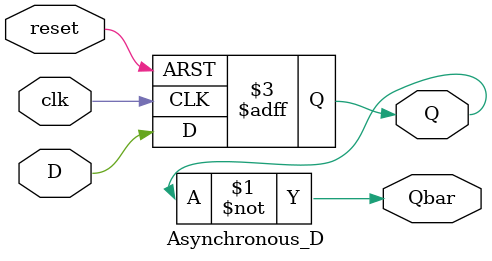
<source format=v>
`timescale 1ns / 1ps


module Asynchronous_D(Q,Qbar,clk,D,reset);
    input D,clk,reset;
    output reg Q;
    output Qbar;
    assign Qbar = ~Q;
    always @(posedge clk,posedge reset)
    begin
    if(reset)
        Q<=0;
    else
        Q<=D;
    end
endmodule

</source>
